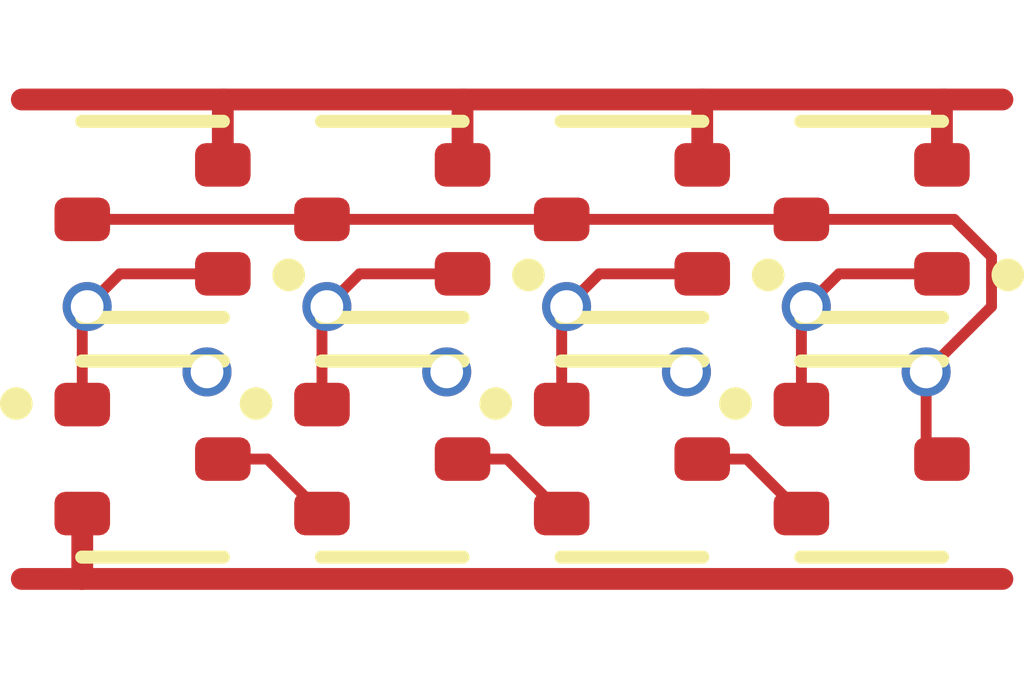
<source format=kicad_pcb>
(kicad_pcb (version 20241229) (generator "pcbnew") (generator_version "9.0")
  (layers (0 "F.Cu" signal) (2 "B.Cu" signal) (13 "F.Paste" user) (15 "B.Paste" user) (5 "F.SilkS" user "F.Silkscreen") (7 "B.SilkS" user "B.Silkscreen") (1 "F.Mask" user) (3 "B.Mask" user) (25 "Edge.Cuts" user))
  (net 0 "")
  (net 1 "GND")
  (net 2 "Y")
  (net 3 "A3")
  (net 4 "VDD")
  (net 5 "A1")
  (net 6 "A2")
  (net 7 "int1")
  (net 8 "int2")
  (net 9 "int3")
  (net 10 "A4")
  (footprint "Package_TO_SOT_SMD:SOT-523" (layer "F.Cu") (at 5.5 1.1 180)
    (property "Reference" "P3" (hide yes))
    (property "Value" "")
    (fp_line (start 0.65 0.9) (end -0.65 0.9) (stroke (width 0.12)) (layer "F.SilkS"))
    (fp_line (start 0.65 -0.9) (end -0.65 -0.9) (stroke (width 0.12)) (layer "F.SilkS"))
    (fp_circle (center -1.25 -0.51) (end -1.1 -0.51) (fill yes) (layer "F.SilkS"))
    (pad "1" smd roundrect (at -0.645 -0.5) (size 0.51 0.4) (layers "F.Cu" "F.Mask" "F.Paste") (net 3 "A3"))
    (pad "2" smd roundrect (at -0.645 0.5) (size 0.51 0.4) (layers "F.Cu" "F.Mask" "F.Paste") (net 4 "VDD"))
    (pad "3" smd roundrect (at 0.645 0) (size 0.51 0.4) (layers "F.Cu" "F.Mask" "F.Paste") (net 2 "Y"))
  )
  (footprint "Package_TO_SOT_SMD:SOT-523" (layer "F.Cu") (at 1.1 1.1 180)
    (property "Reference" "P1" (hide yes))
    (property "Value" "")
    (fp_line (start 0.65 0.9) (end -0.65 0.9) (stroke (width 0.12)) (layer "F.SilkS"))
    (fp_line (start 0.65 -0.9) (end -0.65 -0.9) (stroke (width 0.12)) (layer "F.SilkS"))
    (fp_circle (center -1.25 -0.51) (end -1.1 -0.51) (fill yes) (layer "F.SilkS"))
    (pad "1" smd roundrect (at -0.645 -0.5) (size 0.51 0.4) (layers "F.Cu" "F.Mask" "F.Paste") (net 5 "A1"))
    (pad "2" smd roundrect (at -0.645 0.5) (size 0.51 0.4) (layers "F.Cu" "F.Mask" "F.Paste") (net 4 "VDD"))
    (pad "3" smd roundrect (at 0.645 0) (size 0.51 0.4) (layers "F.Cu" "F.Mask" "F.Paste") (net 2 "Y"))
  )
  (footprint "Package_TO_SOT_SMD:SOT-523" (layer "F.Cu") (at 7.7 1.1 180)
    (property "Reference" "P4" (hide yes))
    (property "Value" "")
    (fp_line (start 0.65 0.9) (end -0.65 0.9) (stroke (width 0.12)) (layer "F.SilkS"))
    (fp_line (start 0.65 -0.9) (end -0.65 -0.9) (stroke (width 0.12)) (layer "F.SilkS"))
    (fp_circle (center -1.25 -0.51) (end -1.1 -0.51) (fill yes) (layer "F.SilkS"))
    (pad "1" smd roundrect (at -0.645 -0.5) (size 0.51 0.4) (layers "F.Cu" "F.Mask" "F.Paste") (net 10 "A4"))
    (pad "2" smd roundrect (at -0.645 0.5) (size 0.51 0.4) (layers "F.Cu" "F.Mask" "F.Paste") (net 4 "VDD"))
    (pad "3" smd roundrect (at 0.645 0) (size 0.51 0.4) (layers "F.Cu" "F.Mask" "F.Paste") (net 2 "Y"))
  )
  (footprint "Package_TO_SOT_SMD:SOT-523" (layer "F.Cu") (at 5.5 3.3)
    (property "Reference" "N3" (hide yes))
    (property "Value" "")
    (fp_line (start 0.65 -0.9) (end -0.65 -0.9) (stroke (width 0.12)) (layer "F.SilkS"))
    (fp_line (start 0.65 0.9) (end -0.65 0.9) (stroke (width 0.12)) (layer "F.SilkS"))
    (fp_circle (center -1.25 -0.51) (end -1.1 -0.51) (fill yes) (layer "F.SilkS"))
    (pad "1" smd roundrect (at -0.645 -0.5 180) (size 0.51 0.4) (layers "F.Cu" "F.Mask" "F.Paste") (net 3 "A3"))
    (pad "2" smd roundrect (at -0.645 0.5 180) (size 0.51 0.4) (layers "F.Cu" "F.Mask" "F.Paste") (net 8 "int2"))
    (pad "3" smd roundrect (at 0.645 0 180) (size 0.51 0.4) (layers "F.Cu" "F.Mask" "F.Paste") (net 9 "int3"))
  )
  (footprint "Package_TO_SOT_SMD:SOT-523" (layer "F.Cu") (at 3.3 1.1 180)
    (property "Reference" "P2" (hide yes))
    (property "Value" "")
    (fp_line (start 0.65 0.9) (end -0.65 0.9) (stroke (width 0.12)) (layer "F.SilkS"))
    (fp_line (start 0.65 -0.9) (end -0.65 -0.9) (stroke (width 0.12)) (layer "F.SilkS"))
    (fp_circle (center -1.25 -0.51) (end -1.1 -0.51) (fill yes) (layer "F.SilkS"))
    (pad "1" smd roundrect (at -0.645 -0.5) (size 0.51 0.4) (layers "F.Cu" "F.Mask" "F.Paste") (net 6 "A2"))
    (pad "2" smd roundrect (at -0.645 0.5) (size 0.51 0.4) (layers "F.Cu" "F.Mask" "F.Paste") (net 4 "VDD"))
    (pad "3" smd roundrect (at 0.645 0) (size 0.51 0.4) (layers "F.Cu" "F.Mask" "F.Paste") (net 2 "Y"))
  )
  (footprint "Package_TO_SOT_SMD:SOT-523" (layer "F.Cu") (at 7.7 3.3)
    (property "Reference" "N4" (hide yes))
    (property "Value" "")
    (fp_line (start 0.65 -0.9) (end -0.65 -0.9) (stroke (width 0.12)) (layer "F.SilkS"))
    (fp_line (start 0.65 0.9) (end -0.65 0.9) (stroke (width 0.12)) (layer "F.SilkS"))
    (fp_circle (center -1.25 -0.51) (end -1.1 -0.51) (fill yes) (layer "F.SilkS"))
    (pad "1" smd roundrect (at -0.645 -0.5 180) (size 0.51 0.4) (layers "F.Cu" "F.Mask" "F.Paste") (net 10 "A4"))
    (pad "2" smd roundrect (at -0.645 0.5 180) (size 0.51 0.4) (layers "F.Cu" "F.Mask" "F.Paste") (net 9 "int3"))
    (pad "3" smd roundrect (at 0.645 0 180) (size 0.51 0.4) (layers "F.Cu" "F.Mask" "F.Paste") (net 2 "Y"))
  )
  (footprint "Package_TO_SOT_SMD:SOT-523" (layer "F.Cu") (at 3.3 3.3)
    (property "Reference" "N2" (hide yes))
    (property "Value" "")
    (fp_line (start 0.65 -0.9) (end -0.65 -0.9) (stroke (width 0.12)) (layer "F.SilkS"))
    (fp_line (start 0.65 0.9) (end -0.65 0.9) (stroke (width 0.12)) (layer "F.SilkS"))
    (fp_circle (center -1.25 -0.51) (end -1.1 -0.51) (fill yes) (layer "F.SilkS"))
    (pad "1" smd roundrect (at -0.645 -0.5 180) (size 0.51 0.4) (layers "F.Cu" "F.Mask" "F.Paste") (net 6 "A2"))
    (pad "2" smd roundrect (at -0.645 0.5 180) (size 0.51 0.4) (layers "F.Cu" "F.Mask" "F.Paste") (net 7 "int1"))
    (pad "3" smd roundrect (at 0.645 0 180) (size 0.51 0.4) (layers "F.Cu" "F.Mask" "F.Paste") (net 8 "int2"))
  )
  (footprint "Package_TO_SOT_SMD:SOT-523" (layer "F.Cu") (at 1.1 3.3)
    (property "Reference" "N1" (hide yes))
    (property "Value" "")
    (fp_line (start 0.65 -0.9) (end -0.65 -0.9) (stroke (width 0.12)) (layer "F.SilkS"))
    (fp_line (start 0.65 0.9) (end -0.65 0.9) (stroke (width 0.12)) (layer "F.SilkS"))
    (fp_circle (center -1.25 -0.51) (end -1.1 -0.51) (fill yes) (layer "F.SilkS"))
    (pad "1" smd roundrect (at -0.645 -0.5 180) (size 0.51 0.4) (layers "F.Cu" "F.Mask" "F.Paste") (net 5 "A1"))
    (pad "2" smd roundrect (at -0.645 0.5 180) (size 0.51 0.4) (layers "F.Cu" "F.Mask" "F.Paste") (net 1 "GND"))
    (pad "3" smd roundrect (at 0.645 0 180) (size 0.51 0.4) (layers "F.Cu" "F.Mask" "F.Paste") (net 7 "int1"))
  )
  (via (at 6 2.5) (size 0.45) (drill 0.3) (layers "F.Cu" "B.Cu") (net 0))
  (via (at 3.8 2.5) (size 0.45) (drill 0.3) (layers "F.Cu" "B.Cu") (net 0))
  (via (at 1.6 2.5) (size 0.45) (drill 0.3) (layers "F.Cu" "B.Cu") (net 0))
  (segment (start -0.1 4.4) (end 0.45 4.4) (width 0.2) (layer "F.Cu") (net 1))
  (segment (start 0.455 4.395) (end 0.45 4.4) (width 0.2) (layer "F.Cu") (net 1))
  (segment (start 0.45 4.4) (end 8.9 4.4) (width 0.2) (layer "F.Cu") (net 1))
  (segment (start 0.455 3.8) (end 0.455 4.395) (width 0.2) (layer "F.Cu") (net 1))
  (segment (start 2.655 1.1) (end 4.855 1.1) (width 0.1) (layer "F.Cu") (net 2))
  (segment (start 0.455 1.1) (end 2.655 1.1) (width 0.1) (layer "F.Cu") (net 2))
  (segment (start 8.8 1.442262) (end 8.8 1.9) (width 0.1) (layer "F.Cu") (net 2))
  (segment (start 8.2 3.155) (end 8.345 3.3) (width 0.1) (layer "F.Cu") (net 2))
  (segment (start 8.2 2.5) (end 8.2 3.155) (width 0.1) (layer "F.Cu") (net 2))
  (segment (start 7.055 1.1) (end 8.457738 1.1) (width 0.1) (layer "F.Cu") (net 2))
  (segment (start 4.855 1.1) (end 7.055 1.1) (width 0.1) (layer "F.Cu") (net 2))
  (segment (start 8.457738 1.1) (end 8.8 1.442262) (width 0.1) (layer "F.Cu") (net 2))
  (segment (start 8.8 1.9) (end 8.2 2.5) (width 0.1) (layer "F.Cu") (net 2))
  (via (at 8.2 2.5) (size 0.45) (drill 0.3) (layers "F.Cu" "B.Cu") (net 2))
  (segment (start 4.855 1.945) (end 4.9 1.9) (width 0.1) (layer "F.Cu") (net 3))
  (segment (start 6.145 1.6) (end 5.2 1.6) (width 0.1) (layer "F.Cu") (net 3))
  (segment (start 4.855 2.8) (end 4.855 1.945) (width 0.1) (layer "F.Cu") (net 3))
  (segment (start 5.2 1.6) (end 4.9 1.9) (width 0.1) (layer "F.Cu") (net 3))
  (via (at 4.9 1.9) (size 0.45) (drill 0.3) (layers "F.Cu" "B.Cu") (net 3))
  (segment (start 8.345 0.015) (end 8.36 0) (width 0.2) (layer "F.Cu") (net 4))
  (segment (start 3.945 0.005) (end 3.95 0) (width 0.2) (layer "F.Cu") (net 4))
  (segment (start 8.36 0) (end 8.9 0) (width 0.2) (layer "F.Cu") (net 4))
  (segment (start 1.75 0) (end 3.95 0) (width 0.2) (layer "F.Cu") (net 4))
  (segment (start 3.945 0.6) (end 3.945 0.005) (width 0.2) (layer "F.Cu") (net 4))
  (segment (start 3.95 0) (end 6.15 0) (width 0.2) (layer "F.Cu") (net 4))
  (segment (start 1.745 0.005) (end 1.75 0) (width 0.2) (layer "F.Cu") (net 4))
  (segment (start -0.1 0) (end 1.75 0) (width 0.2) (layer "F.Cu") (net 4))
  (segment (start 6.145 0.6) (end 6.145 0.005) (width 0.2) (layer "F.Cu") (net 4))
  (segment (start 6.15 0) (end 8.36 0) (width 0.2) (layer "F.Cu") (net 4))
  (segment (start 6.145 0.005) (end 6.15 0) (width 0.2) (layer "F.Cu") (net 4))
  (segment (start 1.745 0.6) (end 1.745 0.005) (width 0.2) (layer "F.Cu") (net 4))
  (segment (start 8.345 0.6) (end 8.345 0.015) (width 0.2) (layer "F.Cu") (net 4))
  (segment (start 0.8 1.6) (end 0.5 1.9) (width 0.1) (layer "F.Cu") (net 5))
  (segment (start 1.745 1.6) (end 0.8 1.6) (width 0.1) (layer "F.Cu") (net 5))
  (segment (start 0.455 2.8) (end 0.455 1.945) (width 0.1) (layer "F.Cu") (net 5))
  (segment (start 0.455 1.945) (end 0.5 1.9) (width 0.1) (layer "F.Cu") (net 5))
  (via (at 0.5 1.9) (size 0.45) (drill 0.3) (layers "F.Cu" "B.Cu") (net 5))
  (segment (start 3 1.6) (end 2.7 1.9) (width 0.1) (layer "F.Cu") (net 6))
  (segment (start 2.655 1.945) (end 2.7 1.9) (width 0.1) (layer "F.Cu") (net 6))
  (segment (start 2.655 2.8) (end 2.655 1.945) (width 0.1) (layer "F.Cu") (net 6))
  (segment (start 3.945 1.6) (end 3 1.6) (width 0.1) (layer "F.Cu") (net 6))
  (via (at 2.7 1.9) (size 0.45) (drill 0.3) (layers "F.Cu" "B.Cu") (net 6))
  (segment (start 1.745 3.3) (end 2.155 3.3) (width 0.1) (layer "F.Cu") (net 7))
  (segment (start 2.155 3.3) (end 2.655 3.8) (width 0.1) (layer "F.Cu") (net 7))
  (segment (start 4.355 3.3) (end 4.855 3.8) (width 0.1) (layer "F.Cu") (net 8))
  (segment (start 3.945 3.3) (end 4.355 3.3) (width 0.1) (layer "F.Cu") (net 8))
  (segment (start 6.555 3.3) (end 7.055 3.8) (width 0.1) (layer "F.Cu") (net 9))
  (segment (start 6 3.155) (end 6.145 3.3) (width 0.1) (layer "F.Cu") (net 9))
  (segment (start 6.145 3.3) (end 6.555 3.3) (width 0.1) (layer "F.Cu") (net 9))
  (segment (start 7.055 2.8) (end 7.055 1.945) (width 0.1) (layer "F.Cu") (net 10))
  (segment (start 7.4 1.6) (end 7.1 1.9) (width 0.1) (layer "F.Cu") (net 10))
  (segment (start 7.055 1.945) (end 7.1 1.9) (width 0.1) (layer "F.Cu") (net 10))
  (segment (start 8.345 1.6) (end 7.4 1.6) (width 0.1) (layer "F.Cu") (net 10))
  (via (at 7.1 1.9) (size 0.45) (drill 0.3) (layers "F.Cu" "B.Cu") (net 10))
)
</source>
